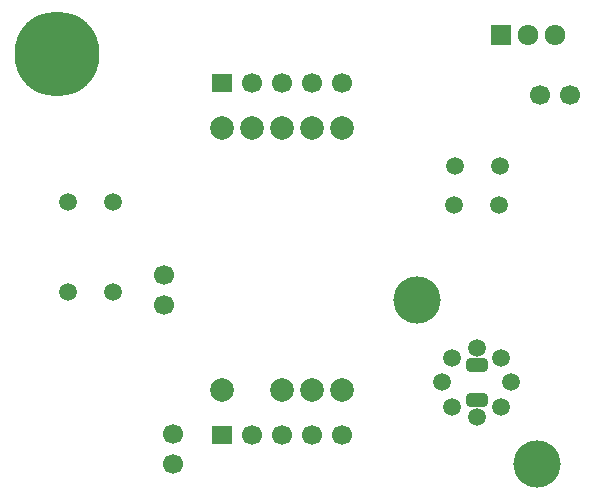
<source format=gbs>
%TF.GenerationSoftware,KiCad,Pcbnew,8.0.6*%
%TF.CreationDate,2024-11-19T20:08:14+01:00*%
%TF.ProjectId,3458A Ref A9 Clone,33343538-4120-4526-9566-20413920436c,rev?*%
%TF.SameCoordinates,Original*%
%TF.FileFunction,Soldermask,Bot*%
%TF.FilePolarity,Negative*%
%FSLAX46Y46*%
G04 Gerber Fmt 4.6, Leading zero omitted, Abs format (unit mm)*
G04 Created by KiCad (PCBNEW 8.0.6) date 2024-11-19 20:08:14*
%MOMM*%
%LPD*%
G01*
G04 APERTURE LIST*
G04 Aperture macros list*
%AMRoundRect*
0 Rectangle with rounded corners*
0 $1 Rounding radius*
0 $2 $3 $4 $5 $6 $7 $8 $9 X,Y pos of 4 corners*
0 Add a 4 corners polygon primitive as box body*
4,1,4,$2,$3,$4,$5,$6,$7,$8,$9,$2,$3,0*
0 Add four circle primitives for the rounded corners*
1,1,$1+$1,$2,$3*
1,1,$1+$1,$4,$5*
1,1,$1+$1,$6,$7*
1,1,$1+$1,$8,$9*
0 Add four rect primitives between the rounded corners*
20,1,$1+$1,$2,$3,$4,$5,0*
20,1,$1+$1,$4,$5,$6,$7,0*
20,1,$1+$1,$6,$7,$8,$9,0*
20,1,$1+$1,$8,$9,$2,$3,0*%
G04 Aperture macros list end*
%ADD10C,1.500000*%
%ADD11C,7.200000*%
%ADD12C,2.000000*%
%ADD13R,1.700000X1.524000*%
%ADD14C,1.700000*%
%ADD15C,4.000000*%
%ADD16R,1.710000X1.800000*%
%ADD17O,1.710000X1.800000*%
%ADD18RoundRect,0.250000X-0.650000X0.325000X-0.650000X-0.325000X0.650000X-0.325000X0.650000X0.325000X0*%
G04 APERTURE END LIST*
D10*
%TO.C,R3*%
X171551600Y-109524800D03*
X167741600Y-109524800D03*
%TD*%
D11*
%TO.C,REF\u002A\u002A*%
X134073840Y-96696051D03*
%TD*%
D10*
%TO.C,R415*%
X138811000Y-109270800D03*
X135001000Y-109270800D03*
%TD*%
%TO.C,R413*%
X171577000Y-106172000D03*
X167767000Y-106172000D03*
%TD*%
%TO.C,R414*%
X135001000Y-116890800D03*
X138811000Y-116890800D03*
%TD*%
%TO.C,U401*%
X172543018Y-124519986D03*
X171687770Y-122455234D03*
X169623018Y-121599986D03*
X167558266Y-122455234D03*
X166703018Y-124519986D03*
X167558266Y-126584738D03*
X169623018Y-127439986D03*
X171687770Y-126584738D03*
%TD*%
D12*
%TO.C,J400*%
X148080000Y-125130000D03*
X153160000Y-125130000D03*
X155700000Y-125130000D03*
X158240000Y-125130000D03*
D13*
X148080000Y-128940000D03*
D14*
X150620000Y-128940000D03*
X153160000Y-128940000D03*
X155700000Y-128940000D03*
X158240000Y-128940000D03*
%TD*%
D15*
%TO.C,REF\u002A\u002A*%
X174713949Y-131466051D03*
%TD*%
%TO.C,REF\u002A\u002A*%
X164563949Y-117576051D03*
%TD*%
D14*
%TO.C,TP2*%
X143891000Y-131445000D03*
%TD*%
%TO.C,TP6*%
X174955200Y-100177600D03*
%TD*%
%TO.C,TP3*%
X143129000Y-115443000D03*
%TD*%
%TO.C,TP4*%
X143129000Y-117983000D03*
%TD*%
D16*
%TO.C,Q401*%
X171715000Y-95122000D03*
D17*
X173994999Y-95122000D03*
X176275000Y-95122000D03*
%TD*%
D14*
%TO.C,TP5*%
X177495200Y-100177600D03*
%TD*%
%TO.C,TP1*%
X143891000Y-128905000D03*
%TD*%
D12*
%TO.C,J401*%
X158250000Y-103020000D03*
X155710000Y-103020000D03*
X153170000Y-103020000D03*
X150630000Y-103020000D03*
X148090000Y-103020000D03*
D13*
X148090000Y-99210000D03*
D14*
X150630000Y-99210000D03*
X153170000Y-99210000D03*
X155710000Y-99210000D03*
X158250000Y-99210000D03*
%TD*%
D18*
%TO.C,C2*%
X169630018Y-123044985D03*
X169630018Y-125994987D03*
%TD*%
M02*

</source>
